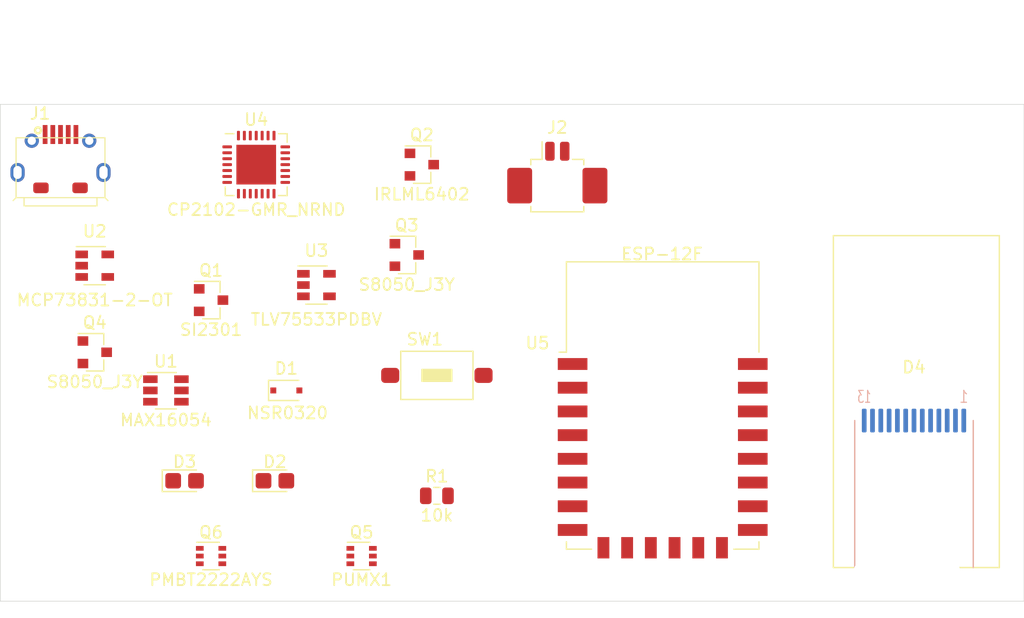
<source format=kicad_pcb>
(kicad_pcb (version 20171130) (host pcbnew "(5.1.6-0-10_14)")

  (general
    (thickness 1.6)
    (drawings 4)
    (tracks 0)
    (zones 0)
    (modules 19)
    (nets 2)
  )

  (page A4)
  (layers
    (0 F.Cu signal)
    (31 B.Cu signal)
    (32 B.Adhes user)
    (33 F.Adhes user)
    (34 B.Paste user)
    (35 F.Paste user)
    (36 B.SilkS user)
    (37 F.SilkS user)
    (38 B.Mask user)
    (39 F.Mask user)
    (40 Dwgs.User user)
    (41 Cmts.User user)
    (42 Eco1.User user)
    (43 Eco2.User user)
    (44 Edge.Cuts user)
    (45 Margin user)
    (46 B.CrtYd user)
    (47 F.CrtYd user)
    (48 B.Fab user)
    (49 F.Fab user)
  )

  (setup
    (last_trace_width 0.1524)
    (user_trace_width 0.127)
    (user_trace_width 0.1524)
    (user_trace_width 0.3048)
    (user_trace_width 0.381)
    (trace_clearance 0.127)
    (zone_clearance 0.508)
    (zone_45_only no)
    (trace_min 0.127)
    (via_size 0.6)
    (via_drill 0.3)
    (via_min_size 0.6)
    (via_min_drill 0.3)
    (user_via 0.6 0.3)
    (user_via 0.762 0.381)
    (uvia_size 0.6)
    (uvia_drill 0.3)
    (uvias_allowed no)
    (uvia_min_size 0.6)
    (uvia_min_drill 0.3)
    (edge_width 0.05)
    (segment_width 0.2)
    (pcb_text_width 0.3)
    (pcb_text_size 1.5 1.5)
    (mod_edge_width 0.12)
    (mod_text_size 0.8128 0.8128)
    (mod_text_width 0.1524)
    (pad_size 1.524 1.524)
    (pad_drill 0.762)
    (pad_to_mask_clearance 0.05)
    (aux_axis_origin 0 0)
    (visible_elements FFFFFF7F)
    (pcbplotparams
      (layerselection 0x010fc_ffffffff)
      (usegerberextensions false)
      (usegerberattributes true)
      (usegerberadvancedattributes true)
      (creategerberjobfile true)
      (excludeedgelayer true)
      (linewidth 0.100000)
      (plotframeref false)
      (viasonmask false)
      (mode 1)
      (useauxorigin false)
      (hpglpennumber 1)
      (hpglpenspeed 20)
      (hpglpendiameter 15.000000)
      (psnegative false)
      (psa4output false)
      (plotreference true)
      (plotvalue true)
      (plotinvisibletext false)
      (padsonsilk false)
      (subtractmaskfromsilk false)
      (outputformat 1)
      (mirror false)
      (drillshape 0)
      (scaleselection 1)
      (outputdirectory "fabrication"))
  )

  (net 0 "")
  (net 1 "Net-(J1-Pad6)")

  (net_class Default "This is the default net class."
    (clearance 0.127)
    (trace_width 0.1524)
    (via_dia 0.6)
    (via_drill 0.3)
    (uvia_dia 0.6)
    (uvia_drill 0.3)
    (diff_pair_width 0.1524)
    (diff_pair_gap 0.127)
    (add_net "Net-(D1-Pad1)")
    (add_net "Net-(D1-Pad2)")
    (add_net "Net-(D2-Pad1)")
    (add_net "Net-(D2-Pad2)")
    (add_net "Net-(D3-Pad1)")
    (add_net "Net-(D3-Pad2)")
    (add_net "Net-(D4-Pad1)")
    (add_net "Net-(D4-Pad10)")
    (add_net "Net-(D4-Pad11)")
    (add_net "Net-(D4-Pad12)")
    (add_net "Net-(D4-Pad13)")
    (add_net "Net-(D4-Pad2)")
    (add_net "Net-(D4-Pad3)")
    (add_net "Net-(D4-Pad4)")
    (add_net "Net-(D4-Pad5)")
    (add_net "Net-(D4-Pad6)")
    (add_net "Net-(D4-Pad7)")
    (add_net "Net-(D4-Pad8)")
    (add_net "Net-(D4-Pad9)")
    (add_net "Net-(J1-Pad1)")
    (add_net "Net-(J1-Pad2)")
    (add_net "Net-(J1-Pad3)")
    (add_net "Net-(J1-Pad4)")
    (add_net "Net-(J1-Pad5)")
    (add_net "Net-(J1-Pad6)")
    (add_net "Net-(J2-Pad1)")
    (add_net "Net-(J2-Pad2)")
    (add_net "Net-(Q1-Pad1)")
    (add_net "Net-(Q1-Pad2)")
    (add_net "Net-(Q1-Pad3)")
    (add_net "Net-(Q2-Pad1)")
    (add_net "Net-(Q2-Pad2)")
    (add_net "Net-(Q2-Pad3)")
    (add_net "Net-(Q3-Pad1)")
    (add_net "Net-(Q3-Pad2)")
    (add_net "Net-(Q3-Pad3)")
    (add_net "Net-(Q4-Pad1)")
    (add_net "Net-(Q4-Pad2)")
    (add_net "Net-(Q4-Pad3)")
    (add_net "Net-(Q5-Pad1)")
    (add_net "Net-(Q5-Pad2)")
    (add_net "Net-(Q5-Pad3)")
    (add_net "Net-(Q5-Pad4)")
    (add_net "Net-(Q5-Pad5)")
    (add_net "Net-(Q5-Pad6)")
    (add_net "Net-(Q6-Pad1)")
    (add_net "Net-(Q6-Pad2)")
    (add_net "Net-(Q6-Pad3)")
    (add_net "Net-(Q6-Pad4)")
    (add_net "Net-(Q6-Pad5)")
    (add_net "Net-(Q6-Pad6)")
    (add_net "Net-(R1-Pad1)")
    (add_net "Net-(R1-Pad2)")
    (add_net "Net-(SW1-Pad1)")
    (add_net "Net-(SW1-Pad2)")
    (add_net "Net-(U1-Pad1)")
    (add_net "Net-(U1-Pad2)")
    (add_net "Net-(U1-Pad3)")
    (add_net "Net-(U1-Pad4)")
    (add_net "Net-(U1-Pad5)")
    (add_net "Net-(U1-Pad6)")
    (add_net "Net-(U2-Pad1)")
    (add_net "Net-(U2-Pad2)")
    (add_net "Net-(U2-Pad3)")
    (add_net "Net-(U2-Pad4)")
    (add_net "Net-(U2-Pad5)")
    (add_net "Net-(U3-Pad1)")
    (add_net "Net-(U3-Pad2)")
    (add_net "Net-(U3-Pad3)")
    (add_net "Net-(U3-Pad4)")
    (add_net "Net-(U3-Pad5)")
    (add_net "Net-(U4-Pad1)")
    (add_net "Net-(U4-Pad10)")
    (add_net "Net-(U4-Pad11)")
    (add_net "Net-(U4-Pad12)")
    (add_net "Net-(U4-Pad13)")
    (add_net "Net-(U4-Pad14)")
    (add_net "Net-(U4-Pad15)")
    (add_net "Net-(U4-Pad16)")
    (add_net "Net-(U4-Pad17)")
    (add_net "Net-(U4-Pad18)")
    (add_net "Net-(U4-Pad19)")
    (add_net "Net-(U4-Pad2)")
    (add_net "Net-(U4-Pad20)")
    (add_net "Net-(U4-Pad21)")
    (add_net "Net-(U4-Pad22)")
    (add_net "Net-(U4-Pad23)")
    (add_net "Net-(U4-Pad24)")
    (add_net "Net-(U4-Pad25)")
    (add_net "Net-(U4-Pad26)")
    (add_net "Net-(U4-Pad27)")
    (add_net "Net-(U4-Pad28)")
    (add_net "Net-(U4-Pad29)")
    (add_net "Net-(U4-Pad3)")
    (add_net "Net-(U4-Pad4)")
    (add_net "Net-(U4-Pad5)")
    (add_net "Net-(U4-Pad6)")
    (add_net "Net-(U4-Pad7)")
    (add_net "Net-(U4-Pad8)")
    (add_net "Net-(U4-Pad9)")
    (add_net "Net-(U5-Pad1)")
    (add_net "Net-(U5-Pad10)")
    (add_net "Net-(U5-Pad11)")
    (add_net "Net-(U5-Pad12)")
    (add_net "Net-(U5-Pad13)")
    (add_net "Net-(U5-Pad14)")
    (add_net "Net-(U5-Pad15)")
    (add_net "Net-(U5-Pad16)")
    (add_net "Net-(U5-Pad17)")
    (add_net "Net-(U5-Pad18)")
    (add_net "Net-(U5-Pad19)")
    (add_net "Net-(U5-Pad2)")
    (add_net "Net-(U5-Pad20)")
    (add_net "Net-(U5-Pad21)")
    (add_net "Net-(U5-Pad22)")
    (add_net "Net-(U5-Pad3)")
    (add_net "Net-(U5-Pad4)")
    (add_net "Net-(U5-Pad5)")
    (add_net "Net-(U5-Pad6)")
    (add_net "Net-(U5-Pad7)")
    (add_net "Net-(U5-Pad8)")
    (add_net "Net-(U5-Pad9)")
  )

  (net_class Power ""
    (clearance 0.254)
    (trace_width 0.3048)
    (via_dia 0.6)
    (via_drill 0.3)
    (uvia_dia 0.6)
    (uvia_drill 0.3)
    (diff_pair_width 0.3048)
    (diff_pair_gap 0.254)
  )

  (module Connector_Molex:Molex_PicoBlade_53261-0271_1x02-1MP_P1.25mm_Horizontal (layer F.Cu) (tedit 5B78AD89) (tstamp 60403563)
    (at 96.52 66.04)
    (descr "Molex PicoBlade series connector, 53261-0271 (http://www.molex.com/pdm_docs/sd/532610271_sd.pdf), generated with kicad-footprint-generator")
    (tags "connector Molex PicoBlade top entry")
    (path /60434A81)
    (attr smd)
    (fp_text reference J2 (at 0 -4.4) (layer F.SilkS)
      (effects (font (size 1 1) (thickness 0.15)))
    )
    (fp_text value Conn_01x02_Male (at 0 3.8) (layer F.Fab)
      (effects (font (size 1 1) (thickness 0.15)))
    )
    (fp_text user %R (at 0 1.9) (layer F.Fab)
      (effects (font (size 1 1) (thickness 0.15)))
    )
    (fp_line (start -2.125 -1.6) (end 2.125 -1.6) (layer F.Fab) (width 0.1))
    (fp_line (start -2.235 -1.26) (end -2.235 -1.71) (layer F.SilkS) (width 0.12))
    (fp_line (start -2.235 -1.71) (end -1.285 -1.71) (layer F.SilkS) (width 0.12))
    (fp_line (start -1.285 -1.71) (end -1.285 -3.2) (layer F.SilkS) (width 0.12))
    (fp_line (start 2.235 -1.26) (end 2.235 -1.71) (layer F.SilkS) (width 0.12))
    (fp_line (start 2.235 -1.71) (end 1.285 -1.71) (layer F.SilkS) (width 0.12))
    (fp_line (start -2.235 2.26) (end -2.235 2.71) (layer F.SilkS) (width 0.12))
    (fp_line (start -2.235 2.71) (end 2.235 2.71) (layer F.SilkS) (width 0.12))
    (fp_line (start 2.235 2.71) (end 2.235 2.26) (layer F.SilkS) (width 0.12))
    (fp_line (start -2.125 2.6) (end 2.125 2.6) (layer F.Fab) (width 0.1))
    (fp_line (start -2.125 -1.6) (end -2.125 2.6) (layer F.Fab) (width 0.1))
    (fp_line (start 2.125 -1.6) (end 2.125 2.6) (layer F.Fab) (width 0.1))
    (fp_line (start -2.125 -0.6) (end -3.625 -0.6) (layer F.Fab) (width 0.1))
    (fp_line (start -3.625 -0.6) (end -3.825 -0.4) (layer F.Fab) (width 0.1))
    (fp_line (start -3.825 -0.4) (end -3.825 1.4) (layer F.Fab) (width 0.1))
    (fp_line (start -3.825 1.4) (end -3.625 1.6) (layer F.Fab) (width 0.1))
    (fp_line (start -3.625 1.6) (end -3.625 2.2) (layer F.Fab) (width 0.1))
    (fp_line (start -3.625 2.2) (end -2.125 2.2) (layer F.Fab) (width 0.1))
    (fp_line (start 2.125 -0.6) (end 3.625 -0.6) (layer F.Fab) (width 0.1))
    (fp_line (start 3.625 -0.6) (end 3.825 -0.4) (layer F.Fab) (width 0.1))
    (fp_line (start 3.825 -0.4) (end 3.825 1.4) (layer F.Fab) (width 0.1))
    (fp_line (start 3.825 1.4) (end 3.625 1.6) (layer F.Fab) (width 0.1))
    (fp_line (start 3.625 1.6) (end 3.625 2.2) (layer F.Fab) (width 0.1))
    (fp_line (start 3.625 2.2) (end 2.125 2.2) (layer F.Fab) (width 0.1))
    (fp_line (start -4.72 -3.7) (end -4.72 3.1) (layer F.CrtYd) (width 0.05))
    (fp_line (start -4.72 3.1) (end 4.72 3.1) (layer F.CrtYd) (width 0.05))
    (fp_line (start 4.72 3.1) (end 4.72 -3.7) (layer F.CrtYd) (width 0.05))
    (fp_line (start 4.72 -3.7) (end -4.72 -3.7) (layer F.CrtYd) (width 0.05))
    (fp_line (start -1.125 -1.6) (end -0.625 -0.892893) (layer F.Fab) (width 0.1))
    (fp_line (start -0.625 -0.892893) (end -0.125 -1.6) (layer F.Fab) (width 0.1))
    (pad MP smd roundrect (at 3.175 0.5) (size 2.1 3) (layers F.Cu F.Paste F.Mask) (roundrect_rratio 0.119048))
    (pad MP smd roundrect (at -3.175 0.5) (size 2.1 3) (layers F.Cu F.Paste F.Mask) (roundrect_rratio 0.119048))
    (pad 2 smd roundrect (at 0.625 -2.4) (size 0.8 1.6) (layers F.Cu F.Paste F.Mask) (roundrect_rratio 0.25))
    (pad 1 smd roundrect (at -0.625 -2.4) (size 0.8 1.6) (layers F.Cu F.Paste F.Mask) (roundrect_rratio 0.25))
    (model ${KISYS3DMOD}/Connector_Molex.3dshapes/Molex_PicoBlade_53261-0271_1x02-1MP_P1.25mm_Horizontal.wrl
      (at (xyz 0 0 0))
      (scale (xyz 1 1 1))
      (rotate (xyz 0 0 0))
    )
  )

  (module barn53-kicad:IPS_Display_80x160_Bottom_1.6mm (layer F.Cu) (tedit 603FD51F) (tstamp 60406DB2)
    (at 130.81 86.36)
    (path /6044CAA1)
    (fp_text reference D4 (at -4.2 -4.5) (layer F.SilkS)
      (effects (font (size 1 1) (thickness 0.15)))
    )
    (fp_text value IPSDisplay_80x160 (at -3.7 15.8) (layer F.Fab)
      (effects (font (size 1 1) (thickness 0.15)))
    )
    (fp_line (start -11 12.4) (end 3 12.4) (layer F.SilkS) (width 0.12))
    (fp_line (start -11 12.4) (end -11 -15.6) (layer F.SilkS) (width 0.12))
    (fp_line (start 3 -15.6) (end 3 12.4) (layer F.SilkS) (width 0.12))
    (fp_line (start -11 -15.6) (end 3 -15.6) (layer F.SilkS) (width 0.12))
    (fp_line (start -9.2 12.4) (end -9.2 0) (layer B.SilkS) (width 0.12))
    (fp_line (start 0.8 0) (end 0.8 12.4) (layer B.SilkS) (width 0.12))
    (fp_line (start -9.2 0) (end 0.8 0) (layer Dwgs.User) (width 0.12))
    (fp_text user 13 (at -8.4 -2) (layer B.SilkS)
      (effects (font (size 1 0.6) (thickness 0.1)) (justify mirror))
    )
    (fp_text user 1 (at 0 -2) (layer B.SilkS)
      (effects (font (size 1 0.8) (thickness 0.1)) (justify mirror))
    )
    (pad "" np_thru_hole oval (at -4.8 12.7) (size 9 1.5) (drill oval 9 1.5) (layers *.Cu *.Mask))
    (pad 13 smd roundrect (at -8.4 0) (size 0.4 2) (layers B.Cu B.Paste B.Mask) (roundrect_rratio 0.25))
    (pad 12 smd roundrect (at -7.7 0) (size 0.4 2) (layers B.Cu B.Paste B.Mask) (roundrect_rratio 0.25))
    (pad 11 smd roundrect (at -7 0) (size 0.4 2) (layers B.Cu B.Paste B.Mask) (roundrect_rratio 0.25))
    (pad 10 smd roundrect (at -6.3 0) (size 0.4 2) (layers B.Cu B.Paste B.Mask) (roundrect_rratio 0.25))
    (pad 9 smd roundrect (at -5.6 0) (size 0.4 2) (layers B.Cu B.Paste B.Mask) (roundrect_rratio 0.25))
    (pad 8 smd roundrect (at -4.9 0) (size 0.4 2) (layers B.Cu B.Paste B.Mask) (roundrect_rratio 0.25))
    (pad 7 smd roundrect (at -4.2 0) (size 0.4 2) (layers B.Cu B.Paste B.Mask) (roundrect_rratio 0.25))
    (pad 6 smd roundrect (at -3.5 0) (size 0.4 2) (layers B.Cu B.Paste B.Mask) (roundrect_rratio 0.25))
    (pad 5 smd roundrect (at -2.8 0) (size 0.4 2) (layers B.Cu B.Paste B.Mask) (roundrect_rratio 0.25))
    (pad 4 smd roundrect (at -2.1 0) (size 0.4 2) (layers B.Cu B.Paste B.Mask) (roundrect_rratio 0.25))
    (pad 3 smd roundrect (at -1.4 0) (size 0.4 2) (layers B.Cu B.Paste B.Mask) (roundrect_rratio 0.25))
    (pad 2 smd roundrect (at -0.7 0) (size 0.4 2) (layers B.Cu B.Paste B.Mask) (roundrect_rratio 0.25))
    (pad 1 smd roundrect (at 0 0) (size 0.4 2) (layers B.Cu B.Paste B.Mask) (roundrect_rratio 0.25))
    (model "${BARN53_KICAD_DIR}/3dmodels/IPS Display 80x160 bottom.step"
      (offset (xyz -45.95 15.5 1.3))
      (scale (xyz 1 1 1))
      (rotate (xyz 0 0 0))
    )
  )

  (module Package_TO_SOT_SMD:SOT-363_SC-70-6 (layer F.Cu) (tedit 5A02FF57) (tstamp 60405D44)
    (at 67.31 97.79)
    (descr "SOT-363, SC-70-6")
    (tags "SOT-363 SC-70-6")
    (path /6043ECB9)
    (attr smd)
    (fp_text reference Q6 (at 0 -2) (layer F.SilkS)
      (effects (font (size 1 1) (thickness 0.15)))
    )
    (fp_text value PMBT2222AYS (at 0 2 180) (layer F.SilkS)
      (effects (font (size 1 1) (thickness 0.15)))
    )
    (fp_line (start 0.7 -1.16) (end -1.2 -1.16) (layer F.SilkS) (width 0.12))
    (fp_line (start -0.7 1.16) (end 0.7 1.16) (layer F.SilkS) (width 0.12))
    (fp_line (start 1.6 1.4) (end 1.6 -1.4) (layer F.CrtYd) (width 0.05))
    (fp_line (start -1.6 -1.4) (end -1.6 1.4) (layer F.CrtYd) (width 0.05))
    (fp_line (start -1.6 -1.4) (end 1.6 -1.4) (layer F.CrtYd) (width 0.05))
    (fp_line (start 0.675 -1.1) (end -0.175 -1.1) (layer F.Fab) (width 0.1))
    (fp_line (start -0.675 -0.6) (end -0.675 1.1) (layer F.Fab) (width 0.1))
    (fp_line (start -1.6 1.4) (end 1.6 1.4) (layer F.CrtYd) (width 0.05))
    (fp_line (start 0.675 -1.1) (end 0.675 1.1) (layer F.Fab) (width 0.1))
    (fp_line (start 0.675 1.1) (end -0.675 1.1) (layer F.Fab) (width 0.1))
    (fp_line (start -0.175 -1.1) (end -0.675 -0.6) (layer F.Fab) (width 0.1))
    (fp_text user %R (at 0 0 90) (layer F.Fab)
      (effects (font (size 0.5 0.5) (thickness 0.075)))
    )
    (pad 6 smd rect (at 0.95 -0.65) (size 0.65 0.4) (layers F.Cu F.Paste F.Mask))
    (pad 4 smd rect (at 0.95 0.65) (size 0.65 0.4) (layers F.Cu F.Paste F.Mask))
    (pad 2 smd rect (at -0.95 0) (size 0.65 0.4) (layers F.Cu F.Paste F.Mask))
    (pad 5 smd rect (at 0.95 0) (size 0.65 0.4) (layers F.Cu F.Paste F.Mask))
    (pad 3 smd rect (at -0.95 0.65) (size 0.65 0.4) (layers F.Cu F.Paste F.Mask))
    (pad 1 smd rect (at -0.95 -0.65) (size 0.65 0.4) (layers F.Cu F.Paste F.Mask))
    (model ${KISYS3DMOD}/Package_TO_SOT_SMD.3dshapes/SOT-363_SC-70-6.wrl
      (at (xyz 0 0 0))
      (scale (xyz 1 1 1))
      (rotate (xyz 0 0 0))
    )
  )

  (module barn53-kicad:ESP-12E (layer F.Cu) (tedit 5DBFD538) (tstamp 604054FE)
    (at 105.41 85.09)
    (descr "Wi-Fi Module, http://wiki.ai-thinker.com/_media/esp8266/docs/aithinker_esp_12f_datasheet_en.pdf")
    (tags "Wi-Fi Module")
    (path /6043B33F)
    (attr smd)
    (fp_text reference U5 (at -10.56 -5.26) (layer F.SilkS)
      (effects (font (size 1 1) (thickness 0.15)))
    )
    (fp_text value ESP-12F (at -0.06 -12.78) (layer F.SilkS)
      (effects (font (size 1 1) (thickness 0.15)))
    )
    (fp_line (start -8 -12) (end 8 -12) (layer F.Fab) (width 0.12))
    (fp_line (start 8 -12) (end 8 12) (layer F.Fab) (width 0.12))
    (fp_line (start 8 12) (end -8 12) (layer F.Fab) (width 0.12))
    (fp_line (start -8 12) (end -8 -3) (layer F.Fab) (width 0.12))
    (fp_line (start -8 -3) (end -7.5 -3.5) (layer F.Fab) (width 0.12))
    (fp_line (start -7.5 -3.5) (end -8 -4) (layer F.Fab) (width 0.12))
    (fp_line (start -8 -4) (end -8 -12) (layer F.Fab) (width 0.12))
    (fp_line (start -9.05 -12.2) (end 9.05 -12.2) (layer F.CrtYd) (width 0.05))
    (fp_line (start 9.05 -12.2) (end 9.05 13.1) (layer F.CrtYd) (width 0.05))
    (fp_line (start 9.05 13.1) (end -9.05 13.1) (layer F.CrtYd) (width 0.05))
    (fp_line (start -9.05 13.1) (end -9.05 -12.2) (layer F.CrtYd) (width 0.05))
    (fp_line (start -8.12 -12.12) (end 8.12 -12.12) (layer F.SilkS) (width 0.12))
    (fp_line (start 8.12 -12.12) (end 8.12 -4.5) (layer F.SilkS) (width 0.12))
    (fp_line (start 8.12 11.5) (end 8.12 12.12) (layer F.SilkS) (width 0.12))
    (fp_line (start 8.12 12.12) (end 6 12.12) (layer F.SilkS) (width 0.12))
    (fp_line (start -6 12.12) (end -8.12 12.12) (layer F.SilkS) (width 0.12))
    (fp_line (start -8.12 12.12) (end -8.12 11.5) (layer F.SilkS) (width 0.12))
    (fp_line (start -8.12 -4.5) (end -8.12 -12.12) (layer F.SilkS) (width 0.12))
    (fp_line (start -8.12 -4.5) (end -8.73 -4.5) (layer F.SilkS) (width 0.12))
    (fp_line (start -8.12 -12.12) (end 8.12 -12.12) (layer Dwgs.User) (width 0.12))
    (fp_line (start 8.12 -12.12) (end 8.12 -4.8) (layer Dwgs.User) (width 0.12))
    (fp_line (start 8.12 -4.8) (end -8.12 -4.8) (layer Dwgs.User) (width 0.12))
    (fp_line (start -8.12 -4.8) (end -8.12 -12.12) (layer Dwgs.User) (width 0.12))
    (fp_line (start -8.12 -9.12) (end -5.12 -12.12) (layer Dwgs.User) (width 0.12))
    (fp_line (start -8.12 -6.12) (end -2.12 -12.12) (layer Dwgs.User) (width 0.12))
    (fp_line (start -6.44 -4.8) (end 0.88 -12.12) (layer Dwgs.User) (width 0.12))
    (fp_line (start -3.44 -4.8) (end 3.88 -12.12) (layer Dwgs.User) (width 0.12))
    (fp_line (start -0.44 -4.8) (end 6.88 -12.12) (layer Dwgs.User) (width 0.12))
    (fp_line (start 2.56 -4.8) (end 8.12 -10.36) (layer Dwgs.User) (width 0.12))
    (fp_line (start 5.56 -4.8) (end 8.12 -7.36) (layer Dwgs.User) (width 0.12))
    (fp_text user Antenna (at -0.06 -7 180) (layer Cmts.User)
      (effects (font (size 1 1) (thickness 0.15)))
    )
    (fp_text user "KEEP-OUT ZONE" (at 0.03 -9.55 180) (layer Cmts.User)
      (effects (font (size 1 1) (thickness 0.15)))
    )
    (fp_text user %R (at 0.49 -0.8) (layer F.Fab)
      (effects (font (size 1 1) (thickness 0.15)))
    )
    (pad 1 smd rect (at -7.6 -3.5) (size 2.5 1) (layers F.Cu F.Paste F.Mask))
    (pad 2 smd rect (at -7.6 -1.5) (size 2.5 1) (layers F.Cu F.Paste F.Mask))
    (pad 3 smd rect (at -7.6 0.5) (size 2.5 1) (layers F.Cu F.Paste F.Mask))
    (pad 4 smd rect (at -7.6 2.5) (size 2.5 1) (layers F.Cu F.Paste F.Mask))
    (pad 5 smd rect (at -7.6 4.5) (size 2.5 1) (layers F.Cu F.Paste F.Mask))
    (pad 6 smd rect (at -7.6 6.5) (size 2.5 1) (layers F.Cu F.Paste F.Mask))
    (pad 7 smd rect (at -7.6 8.5) (size 2.5 1) (layers F.Cu F.Paste F.Mask))
    (pad 8 smd rect (at -7.6 10.5) (size 2.5 1) (layers F.Cu F.Paste F.Mask))
    (pad 9 smd rect (at -5 12) (size 1 1.8) (layers F.Cu F.Paste F.Mask))
    (pad 10 smd rect (at -3 12) (size 1 1.8) (layers F.Cu F.Paste F.Mask))
    (pad 11 smd rect (at -1 12) (size 1 1.8) (layers F.Cu F.Paste F.Mask))
    (pad 12 smd rect (at 1 12) (size 1 1.8) (layers F.Cu F.Paste F.Mask))
    (pad 13 smd rect (at 3 12) (size 1 1.8) (layers F.Cu F.Paste F.Mask))
    (pad 14 smd rect (at 5 12) (size 1 1.8) (layers F.Cu F.Paste F.Mask))
    (pad 15 smd rect (at 7.6 10.5) (size 2.5 1) (layers F.Cu F.Paste F.Mask))
    (pad 16 smd rect (at 7.6 8.5) (size 2.5 1) (layers F.Cu F.Paste F.Mask))
    (pad 17 smd rect (at 7.6 6.5) (size 2.5 1) (layers F.Cu F.Paste F.Mask))
    (pad 18 smd rect (at 7.6 4.5) (size 2.5 1) (layers F.Cu F.Paste F.Mask))
    (pad 19 smd rect (at 7.6 2.5) (size 2.5 1) (layers F.Cu F.Paste F.Mask))
    (pad 20 smd rect (at 7.6 0.5) (size 2.5 1) (layers F.Cu F.Paste F.Mask))
    (pad 21 smd rect (at 7.6 -1.5) (size 2.5 1) (layers F.Cu F.Paste F.Mask))
    (pad 22 smd rect (at 7.6 -3.5) (size 2.5 1) (layers F.Cu F.Paste F.Mask))
    (model ${BARN53_KICAD_DIR}/3dmodels/ESP-12F.STEP
      (at (xyz 0 0 0))
      (scale (xyz 1 1 1))
      (rotate (xyz -90 0 90))
    )
  )

  (module Package_TO_SOT_SMD:SOT-23-5 (layer F.Cu) (tedit 5A02FF57) (tstamp 603FB63C)
    (at 57.495001 73.295001)
    (descr "5-pin SOT23 package")
    (tags SOT-23-5)
    (path /603FE0E5)
    (attr smd)
    (fp_text reference U2 (at 0 -2.9) (layer F.SilkS)
      (effects (font (size 1 1) (thickness 0.15)))
    )
    (fp_text value MCP73831-2-OT (at 0 2.9) (layer F.SilkS)
      (effects (font (size 1 1) (thickness 0.15)))
    )
    (fp_line (start -0.9 1.61) (end 0.9 1.61) (layer F.SilkS) (width 0.12))
    (fp_line (start 0.9 -1.61) (end -1.55 -1.61) (layer F.SilkS) (width 0.12))
    (fp_line (start -1.9 -1.8) (end 1.9 -1.8) (layer F.CrtYd) (width 0.05))
    (fp_line (start 1.9 -1.8) (end 1.9 1.8) (layer F.CrtYd) (width 0.05))
    (fp_line (start 1.9 1.8) (end -1.9 1.8) (layer F.CrtYd) (width 0.05))
    (fp_line (start -1.9 1.8) (end -1.9 -1.8) (layer F.CrtYd) (width 0.05))
    (fp_line (start -0.9 -0.9) (end -0.25 -1.55) (layer F.Fab) (width 0.1))
    (fp_line (start 0.9 -1.55) (end -0.25 -1.55) (layer F.Fab) (width 0.1))
    (fp_line (start -0.9 -0.9) (end -0.9 1.55) (layer F.Fab) (width 0.1))
    (fp_line (start 0.9 1.55) (end -0.9 1.55) (layer F.Fab) (width 0.1))
    (fp_line (start 0.9 -1.55) (end 0.9 1.55) (layer F.Fab) (width 0.1))
    (fp_text user %R (at 0 0 90) (layer F.Fab)
      (effects (font (size 0.5 0.5) (thickness 0.075)))
    )
    (pad 5 smd rect (at 1.1 -0.95) (size 1.06 0.65) (layers F.Cu F.Paste F.Mask))
    (pad 4 smd rect (at 1.1 0.95) (size 1.06 0.65) (layers F.Cu F.Paste F.Mask))
    (pad 3 smd rect (at -1.1 0.95) (size 1.06 0.65) (layers F.Cu F.Paste F.Mask))
    (pad 2 smd rect (at -1.1 0) (size 1.06 0.65) (layers F.Cu F.Paste F.Mask))
    (pad 1 smd rect (at -1.1 -0.95) (size 1.06 0.65) (layers F.Cu F.Paste F.Mask))
    (model ${KISYS3DMOD}/Package_TO_SOT_SMD.3dshapes/SOT-23-5.wrl
      (at (xyz 0 0 0))
      (scale (xyz 1 1 1))
      (rotate (xyz 0 0 0))
    )
  )

  (module Package_TO_SOT_SMD:TSOT-23-6 (layer F.Cu) (tedit 5A02FF57) (tstamp 603FB626)
    (at 63.5 83.82)
    (descr "6-pin TSOT23 package, http://cds.linear.com/docs/en/packaging/SOT_6_05-08-1636.pdf")
    (tags "TSOT-23-6 MK06A TSOT-6")
    (path /6040E0DB)
    (attr smd)
    (fp_text reference U1 (at 0 -2.45) (layer F.SilkS)
      (effects (font (size 1 1) (thickness 0.15)))
    )
    (fp_text value MAX16054 (at 0 2.5) (layer F.SilkS)
      (effects (font (size 1 1) (thickness 0.15)))
    )
    (fp_line (start -0.88 1.56) (end 0.88 1.56) (layer F.SilkS) (width 0.12))
    (fp_line (start 0.88 -1.51) (end -1.55 -1.51) (layer F.SilkS) (width 0.12))
    (fp_line (start -0.88 -1) (end -0.43 -1.45) (layer F.Fab) (width 0.1))
    (fp_line (start 0.88 -1.45) (end -0.43 -1.45) (layer F.Fab) (width 0.1))
    (fp_line (start -0.88 -1) (end -0.88 1.45) (layer F.Fab) (width 0.1))
    (fp_line (start 0.88 1.45) (end -0.88 1.45) (layer F.Fab) (width 0.1))
    (fp_line (start 0.88 -1.45) (end 0.88 1.45) (layer F.Fab) (width 0.1))
    (fp_line (start -2.17 -1.7) (end 2.17 -1.7) (layer F.CrtYd) (width 0.05))
    (fp_line (start -2.17 -1.7) (end -2.17 1.7) (layer F.CrtYd) (width 0.05))
    (fp_line (start 2.17 1.7) (end 2.17 -1.7) (layer F.CrtYd) (width 0.05))
    (fp_line (start 2.17 1.7) (end -2.17 1.7) (layer F.CrtYd) (width 0.05))
    (fp_text user %R (at 0 0 90) (layer F.Fab)
      (effects (font (size 0.5 0.5) (thickness 0.075)))
    )
    (pad 6 smd rect (at 1.31 -0.95) (size 1.22 0.65) (layers F.Cu F.Paste F.Mask))
    (pad 5 smd rect (at 1.31 0) (size 1.22 0.65) (layers F.Cu F.Paste F.Mask))
    (pad 4 smd rect (at 1.31 0.95) (size 1.22 0.65) (layers F.Cu F.Paste F.Mask))
    (pad 3 smd rect (at -1.31 0.95) (size 1.22 0.65) (layers F.Cu F.Paste F.Mask))
    (pad 2 smd rect (at -1.31 0) (size 1.22 0.65) (layers F.Cu F.Paste F.Mask))
    (pad 1 smd rect (at -1.31 -0.95) (size 1.22 0.65) (layers F.Cu F.Paste F.Mask))
    (model ${KISYS3DMOD}/Package_TO_SOT_SMD.3dshapes/TSOT-23-6.wrl
      (at (xyz 0 0 0))
      (scale (xyz 1 1 1))
      (rotate (xyz 0 0 0))
    )
  )

  (module Resistor_SMD:R_0805_2012Metric (layer F.Cu) (tedit 5B36C52B) (tstamp 603FD0C7)
    (at 86.36 92.71)
    (descr "Resistor SMD 0805 (2012 Metric), square (rectangular) end terminal, IPC_7351 nominal, (Body size source: https://docs.google.com/spreadsheets/d/1BsfQQcO9C6DZCsRaXUlFlo91Tg2WpOkGARC1WS5S8t0/edit?usp=sharing), generated with kicad-footprint-generator")
    (tags resistor)
    (path /6042EAF5)
    (attr smd)
    (fp_text reference R1 (at 0 -1.65) (layer F.SilkS)
      (effects (font (size 1 1) (thickness 0.15)))
    )
    (fp_text value 10k (at 0 1.65) (layer F.SilkS)
      (effects (font (size 1 1) (thickness 0.15)))
    )
    (fp_line (start -1 0.6) (end -1 -0.6) (layer F.Fab) (width 0.1))
    (fp_line (start -1 -0.6) (end 1 -0.6) (layer F.Fab) (width 0.1))
    (fp_line (start 1 -0.6) (end 1 0.6) (layer F.Fab) (width 0.1))
    (fp_line (start 1 0.6) (end -1 0.6) (layer F.Fab) (width 0.1))
    (fp_line (start -0.258578 -0.71) (end 0.258578 -0.71) (layer F.SilkS) (width 0.12))
    (fp_line (start -0.258578 0.71) (end 0.258578 0.71) (layer F.SilkS) (width 0.12))
    (fp_line (start -1.68 0.95) (end -1.68 -0.95) (layer F.CrtYd) (width 0.05))
    (fp_line (start -1.68 -0.95) (end 1.68 -0.95) (layer F.CrtYd) (width 0.05))
    (fp_line (start 1.68 -0.95) (end 1.68 0.95) (layer F.CrtYd) (width 0.05))
    (fp_line (start 1.68 0.95) (end -1.68 0.95) (layer F.CrtYd) (width 0.05))
    (fp_text user %R (at 0 0) (layer F.Fab)
      (effects (font (size 0.5 0.5) (thickness 0.08)))
    )
    (pad 2 smd roundrect (at 0.9375 0) (size 0.975 1.4) (layers F.Cu F.Paste F.Mask) (roundrect_rratio 0.25))
    (pad 1 smd roundrect (at -0.9375 0) (size 0.975 1.4) (layers F.Cu F.Paste F.Mask) (roundrect_rratio 0.25))
    (model ${KISYS3DMOD}/Resistor_SMD.3dshapes/R_0805_2012Metric.wrl
      (at (xyz 0 0 0))
      (scale (xyz 1 1 1))
      (rotate (xyz 0 0 0))
    )
  )

  (module Package_TO_SOT_SMD:SOT-363_SC-70-6 (layer F.Cu) (tedit 5A02FF57) (tstamp 60405FDF)
    (at 80.01 97.79)
    (descr "SOT-363, SC-70-6")
    (tags "SOT-363 SC-70-6")
    (path /60410CC6)
    (attr smd)
    (fp_text reference Q5 (at 0 -2) (layer F.SilkS)
      (effects (font (size 1 1) (thickness 0.15)))
    )
    (fp_text value PUMX1 (at 0 2 180) (layer F.SilkS)
      (effects (font (size 1 1) (thickness 0.15)))
    )
    (fp_line (start 0.7 -1.16) (end -1.2 -1.16) (layer F.SilkS) (width 0.12))
    (fp_line (start -0.7 1.16) (end 0.7 1.16) (layer F.SilkS) (width 0.12))
    (fp_line (start 1.6 1.4) (end 1.6 -1.4) (layer F.CrtYd) (width 0.05))
    (fp_line (start -1.6 -1.4) (end -1.6 1.4) (layer F.CrtYd) (width 0.05))
    (fp_line (start -1.6 -1.4) (end 1.6 -1.4) (layer F.CrtYd) (width 0.05))
    (fp_line (start 0.675 -1.1) (end -0.175 -1.1) (layer F.Fab) (width 0.1))
    (fp_line (start -0.675 -0.6) (end -0.675 1.1) (layer F.Fab) (width 0.1))
    (fp_line (start -1.6 1.4) (end 1.6 1.4) (layer F.CrtYd) (width 0.05))
    (fp_line (start 0.675 -1.1) (end 0.675 1.1) (layer F.Fab) (width 0.1))
    (fp_line (start 0.675 1.1) (end -0.675 1.1) (layer F.Fab) (width 0.1))
    (fp_line (start -0.175 -1.1) (end -0.675 -0.6) (layer F.Fab) (width 0.1))
    (fp_text user %R (at 0 0 90) (layer F.Fab)
      (effects (font (size 0.5 0.5) (thickness 0.075)))
    )
    (pad 6 smd rect (at 0.95 -0.65) (size 0.65 0.4) (layers F.Cu F.Paste F.Mask))
    (pad 4 smd rect (at 0.95 0.65) (size 0.65 0.4) (layers F.Cu F.Paste F.Mask))
    (pad 2 smd rect (at -0.95 0) (size 0.65 0.4) (layers F.Cu F.Paste F.Mask))
    (pad 5 smd rect (at 0.95 0) (size 0.65 0.4) (layers F.Cu F.Paste F.Mask))
    (pad 3 smd rect (at -0.95 0.65) (size 0.65 0.4) (layers F.Cu F.Paste F.Mask))
    (pad 1 smd rect (at -0.95 -0.65) (size 0.65 0.4) (layers F.Cu F.Paste F.Mask))
    (model ${KISYS3DMOD}/Package_TO_SOT_SMD.3dshapes/SOT-363_SC-70-6.wrl
      (at (xyz 0 0 0))
      (scale (xyz 1 1 1))
      (rotate (xyz 0 0 0))
    )
  )

  (module Package_TO_SOT_SMD:SOT-23 (layer F.Cu) (tedit 5A02FF57) (tstamp 603FB611)
    (at 57.5 80.6)
    (descr "SOT-23, Standard")
    (tags SOT-23)
    (path /6041C747)
    (attr smd)
    (fp_text reference Q4 (at 0 -2.5) (layer F.SilkS)
      (effects (font (size 1 1) (thickness 0.15)))
    )
    (fp_text value S8050_J3Y (at 0 2.5) (layer F.SilkS)
      (effects (font (size 1 1) (thickness 0.15)))
    )
    (fp_line (start -0.7 -0.95) (end -0.7 1.5) (layer F.Fab) (width 0.1))
    (fp_line (start -0.15 -1.52) (end 0.7 -1.52) (layer F.Fab) (width 0.1))
    (fp_line (start -0.7 -0.95) (end -0.15 -1.52) (layer F.Fab) (width 0.1))
    (fp_line (start 0.7 -1.52) (end 0.7 1.52) (layer F.Fab) (width 0.1))
    (fp_line (start -0.7 1.52) (end 0.7 1.52) (layer F.Fab) (width 0.1))
    (fp_line (start 0.76 1.58) (end 0.76 0.65) (layer F.SilkS) (width 0.12))
    (fp_line (start 0.76 -1.58) (end 0.76 -0.65) (layer F.SilkS) (width 0.12))
    (fp_line (start -1.7 -1.75) (end 1.7 -1.75) (layer F.CrtYd) (width 0.05))
    (fp_line (start 1.7 -1.75) (end 1.7 1.75) (layer F.CrtYd) (width 0.05))
    (fp_line (start 1.7 1.75) (end -1.7 1.75) (layer F.CrtYd) (width 0.05))
    (fp_line (start -1.7 1.75) (end -1.7 -1.75) (layer F.CrtYd) (width 0.05))
    (fp_line (start 0.76 -1.58) (end -1.4 -1.58) (layer F.SilkS) (width 0.12))
    (fp_line (start 0.76 1.58) (end -0.7 1.58) (layer F.SilkS) (width 0.12))
    (fp_text user %R (at 0 0 90) (layer F.Fab)
      (effects (font (size 0.5 0.5) (thickness 0.075)))
    )
    (pad 3 smd rect (at 1 0) (size 0.9 0.8) (layers F.Cu F.Paste F.Mask))
    (pad 2 smd rect (at -1 0.95) (size 0.9 0.8) (layers F.Cu F.Paste F.Mask))
    (pad 1 smd rect (at -1 -0.95) (size 0.9 0.8) (layers F.Cu F.Paste F.Mask))
    (model ${KISYS3DMOD}/Package_TO_SOT_SMD.3dshapes/SOT-23.wrl
      (at (xyz 0 0 0))
      (scale (xyz 1 1 1))
      (rotate (xyz 0 0 0))
    )
  )

  (module LED_SMD:LED_0805_2012Metric_Castellated (layer F.Cu) (tedit 5B36C52C) (tstamp 603FCFEF)
    (at 65.0775 91.44)
    (descr "LED SMD 0805 (2012 Metric), castellated end terminal, IPC_7351 nominal, (Body size source: https://docs.google.com/spreadsheets/d/1BsfQQcO9C6DZCsRaXUlFlo91Tg2WpOkGARC1WS5S8t0/edit?usp=sharing), generated with kicad-footprint-generator")
    (tags "LED castellated")
    (path /6042E445)
    (attr smd)
    (fp_text reference D3 (at 0 -1.6) (layer F.SilkS)
      (effects (font (size 1 1) (thickness 0.15)))
    )
    (fp_text value "LED Red" (at 0 1.6) (layer F.Fab)
      (effects (font (size 1 1) (thickness 0.15)))
    )
    (fp_line (start 1 -0.6) (end -0.7 -0.6) (layer F.Fab) (width 0.1))
    (fp_line (start -0.7 -0.6) (end -1 -0.3) (layer F.Fab) (width 0.1))
    (fp_line (start -1 -0.3) (end -1 0.6) (layer F.Fab) (width 0.1))
    (fp_line (start -1 0.6) (end 1 0.6) (layer F.Fab) (width 0.1))
    (fp_line (start 1 0.6) (end 1 -0.6) (layer F.Fab) (width 0.1))
    (fp_line (start 1 -0.91) (end -1.885 -0.91) (layer F.SilkS) (width 0.12))
    (fp_line (start -1.885 -0.91) (end -1.885 0.91) (layer F.SilkS) (width 0.12))
    (fp_line (start -1.885 0.91) (end 1 0.91) (layer F.SilkS) (width 0.12))
    (fp_line (start -1.88 0.9) (end -1.88 -0.9) (layer F.CrtYd) (width 0.05))
    (fp_line (start -1.88 -0.9) (end 1.88 -0.9) (layer F.CrtYd) (width 0.05))
    (fp_line (start 1.88 -0.9) (end 1.88 0.9) (layer F.CrtYd) (width 0.05))
    (fp_line (start 1.88 0.9) (end -1.88 0.9) (layer F.CrtYd) (width 0.05))
    (fp_text user %R (at 0 0) (layer F.Fab)
      (effects (font (size 0.5 0.5) (thickness 0.08)))
    )
    (pad 2 smd roundrect (at 0.9625 0) (size 1.325 1.3) (layers F.Cu F.Paste F.Mask) (roundrect_rratio 0.192308))
    (pad 1 smd roundrect (at -0.9625 0) (size 1.325 1.3) (layers F.Cu F.Paste F.Mask) (roundrect_rratio 0.192308))
    (model ${KISYS3DMOD}/LED_SMD.3dshapes/LED_0805_2012Metric_Castellated.wrl
      (at (xyz 0 0 0))
      (scale (xyz 1 1 1))
      (rotate (xyz 0 0 0))
    )
  )

  (module LED_SMD:LED_0805_2012Metric_Castellated (layer F.Cu) (tedit 5B36C52C) (tstamp 603FD4C3)
    (at 72.6975 91.44)
    (descr "LED SMD 0805 (2012 Metric), castellated end terminal, IPC_7351 nominal, (Body size source: https://docs.google.com/spreadsheets/d/1BsfQQcO9C6DZCsRaXUlFlo91Tg2WpOkGARC1WS5S8t0/edit?usp=sharing), generated with kicad-footprint-generator")
    (tags "LED castellated")
    (path /6042D80E)
    (attr smd)
    (fp_text reference D2 (at 0 -1.6) (layer F.SilkS)
      (effects (font (size 1 1) (thickness 0.15)))
    )
    (fp_text value "LED Blue" (at 0 1.6) (layer F.Fab)
      (effects (font (size 1 1) (thickness 0.15)))
    )
    (fp_line (start 1 -0.6) (end -0.7 -0.6) (layer F.Fab) (width 0.1))
    (fp_line (start -0.7 -0.6) (end -1 -0.3) (layer F.Fab) (width 0.1))
    (fp_line (start -1 -0.3) (end -1 0.6) (layer F.Fab) (width 0.1))
    (fp_line (start -1 0.6) (end 1 0.6) (layer F.Fab) (width 0.1))
    (fp_line (start 1 0.6) (end 1 -0.6) (layer F.Fab) (width 0.1))
    (fp_line (start 1 -0.91) (end -1.885 -0.91) (layer F.SilkS) (width 0.12))
    (fp_line (start -1.885 -0.91) (end -1.885 0.91) (layer F.SilkS) (width 0.12))
    (fp_line (start -1.885 0.91) (end 1 0.91) (layer F.SilkS) (width 0.12))
    (fp_line (start -1.88 0.9) (end -1.88 -0.9) (layer F.CrtYd) (width 0.05))
    (fp_line (start -1.88 -0.9) (end 1.88 -0.9) (layer F.CrtYd) (width 0.05))
    (fp_line (start 1.88 -0.9) (end 1.88 0.9) (layer F.CrtYd) (width 0.05))
    (fp_line (start 1.88 0.9) (end -1.88 0.9) (layer F.CrtYd) (width 0.05))
    (fp_text user %R (at 0 0) (layer F.Fab)
      (effects (font (size 0.5 0.5) (thickness 0.08)))
    )
    (pad 2 smd roundrect (at 0.9625 0) (size 1.325 1.3) (layers F.Cu F.Paste F.Mask) (roundrect_rratio 0.192308))
    (pad 1 smd roundrect (at -0.9625 0) (size 1.325 1.3) (layers F.Cu F.Paste F.Mask) (roundrect_rratio 0.192308))
    (model ${KISYS3DMOD}/LED_SMD.3dshapes/LED_0805_2012Metric_Castellated.wrl
      (at (xyz 0 0 0))
      (scale (xyz 1 1 1))
      (rotate (xyz 0 0 0))
    )
  )

  (module barn53-kicad:SMD_Push_Button (layer F.Cu) (tedit 5E14FC4C) (tstamp 603FC03A)
    (at 82.55 82.55)
    (path /6042527F)
    (attr smd)
    (fp_text reference SW1 (at 2.794 -3.048) (layer F.SilkS)
      (effects (font (size 1 1) (thickness 0.15)))
    )
    (fp_text value SW_Push (at 3.81 3.048) (layer F.Fab)
      (effects (font (size 1 1) (thickness 0.15)))
    )
    (fp_line (start 0.762 -2.032) (end 6.858 -2.032) (layer F.SilkS) (width 0.12))
    (fp_line (start 0.762 2.032) (end 6.858 2.032) (layer F.SilkS) (width 0.12))
    (fp_line (start 6.858 2.032) (end 6.858 -2.032) (layer F.SilkS) (width 0.12))
    (fp_line (start 0.762 -2.032) (end 0.762 2.032) (layer F.SilkS) (width 0.12))
    (fp_poly (pts (xy 2.54 -0.508) (xy 5.08 -0.508) (xy 5.08 0.508) (xy 2.54 0.508)) (layer F.SilkS) (width 0.1))
    (fp_line (start -0.762 -2.032) (end 8.382 -2.032) (layer F.CrtYd) (width 0.12))
    (fp_line (start 8.382 -2.032) (end 8.382 2.032) (layer F.CrtYd) (width 0.12))
    (fp_line (start 8.382 2.032) (end -0.762 2.032) (layer F.CrtYd) (width 0.12))
    (fp_line (start -0.762 2.032) (end -0.762 -2.032) (layer F.CrtYd) (width 0.12))
    (pad 2 smd roundrect (at 7.747 0) (size 1.524 1.27) (layers F.Cu F.Paste F.Mask) (roundrect_rratio 0.25))
    (pad 1 smd roundrect (at -0.127 0) (size 1.524 1.27) (layers F.Cu F.Paste F.Mask) (roundrect_rratio 0.25))
    (model "${BARN53_KICAD_DIR}/3dmodels/SMD Push Button v8.step"
      (offset (xyz 3.81 0 0))
      (scale (xyz 1 1 1))
      (rotate (xyz 0 0 0))
    )
  )

  (module Diode_SMD:D_SOD-323F (layer F.Cu) (tedit 590A48EB) (tstamp 603FBF26)
    (at 73.66 83.82)
    (descr "SOD-323F http://www.nxp.com/documents/outline_drawing/SOD323F.pdf")
    (tags SOD-323F)
    (path /60423400)
    (attr smd)
    (fp_text reference D1 (at 0 -1.85) (layer F.SilkS)
      (effects (font (size 1 1) (thickness 0.15)))
    )
    (fp_text value NSR0320 (at 0.1 1.9) (layer F.SilkS)
      (effects (font (size 1 1) (thickness 0.15)))
    )
    (fp_line (start -1.5 -0.85) (end -1.5 0.85) (layer F.SilkS) (width 0.12))
    (fp_line (start 0.2 0) (end 0.45 0) (layer F.Fab) (width 0.1))
    (fp_line (start 0.2 0.35) (end -0.3 0) (layer F.Fab) (width 0.1))
    (fp_line (start 0.2 -0.35) (end 0.2 0.35) (layer F.Fab) (width 0.1))
    (fp_line (start -0.3 0) (end 0.2 -0.35) (layer F.Fab) (width 0.1))
    (fp_line (start -0.3 0) (end -0.5 0) (layer F.Fab) (width 0.1))
    (fp_line (start -0.3 -0.35) (end -0.3 0.35) (layer F.Fab) (width 0.1))
    (fp_line (start -0.9 0.7) (end -0.9 -0.7) (layer F.Fab) (width 0.1))
    (fp_line (start 0.9 0.7) (end -0.9 0.7) (layer F.Fab) (width 0.1))
    (fp_line (start 0.9 -0.7) (end 0.9 0.7) (layer F.Fab) (width 0.1))
    (fp_line (start -0.9 -0.7) (end 0.9 -0.7) (layer F.Fab) (width 0.1))
    (fp_line (start -1.6 -0.95) (end 1.6 -0.95) (layer F.CrtYd) (width 0.05))
    (fp_line (start 1.6 -0.95) (end 1.6 0.95) (layer F.CrtYd) (width 0.05))
    (fp_line (start -1.6 0.95) (end 1.6 0.95) (layer F.CrtYd) (width 0.05))
    (fp_line (start -1.6 -0.95) (end -1.6 0.95) (layer F.CrtYd) (width 0.05))
    (fp_line (start -1.5 0.85) (end 1.05 0.85) (layer F.SilkS) (width 0.12))
    (fp_line (start -1.5 -0.85) (end 1.05 -0.85) (layer F.SilkS) (width 0.12))
    (fp_text user %R (at 0 -1.85) (layer F.Fab)
      (effects (font (size 1 1) (thickness 0.15)))
    )
    (pad 2 smd rect (at 1.1 0) (size 0.5 0.5) (layers F.Cu F.Paste F.Mask))
    (pad 1 smd rect (at -1.1 0) (size 0.5 0.5) (layers F.Cu F.Paste F.Mask))
    (model ${KISYS3DMOD}/Diode_SMD.3dshapes/D_SOD-323F.wrl
      (at (xyz 0 0 0))
      (scale (xyz 1 1 1))
      (rotate (xyz 0 0 0))
    )
  )

  (module Package_DFN_QFN:QFN-28-1EP_5x5mm_P0.5mm_EP3.35x3.35mm (layer F.Cu) (tedit 5DC5F6A4) (tstamp 603FB68C)
    (at 71.12 64.77)
    (descr "QFN, 28 Pin (http://ww1.microchip.com/downloads/en/PackagingSpec/00000049BQ.pdf#page=283), generated with kicad-footprint-generator ipc_noLead_generator.py")
    (tags "QFN NoLead")
    (path /60406A65)
    (attr smd)
    (fp_text reference U4 (at 0 -3.8) (layer F.SilkS)
      (effects (font (size 1 1) (thickness 0.15)))
    )
    (fp_text value CP2102-GMR_NRND (at 0 3.8) (layer F.SilkS)
      (effects (font (size 1 1) (thickness 0.15)))
    )
    (fp_line (start 3.1 -3.1) (end -3.1 -3.1) (layer F.CrtYd) (width 0.05))
    (fp_line (start 3.1 3.1) (end 3.1 -3.1) (layer F.CrtYd) (width 0.05))
    (fp_line (start -3.1 3.1) (end 3.1 3.1) (layer F.CrtYd) (width 0.05))
    (fp_line (start -3.1 -3.1) (end -3.1 3.1) (layer F.CrtYd) (width 0.05))
    (fp_line (start -2.5 -1.5) (end -1.5 -2.5) (layer F.Fab) (width 0.1))
    (fp_line (start -2.5 2.5) (end -2.5 -1.5) (layer F.Fab) (width 0.1))
    (fp_line (start 2.5 2.5) (end -2.5 2.5) (layer F.Fab) (width 0.1))
    (fp_line (start 2.5 -2.5) (end 2.5 2.5) (layer F.Fab) (width 0.1))
    (fp_line (start -1.5 -2.5) (end 2.5 -2.5) (layer F.Fab) (width 0.1))
    (fp_line (start -1.885 -2.61) (end -2.61 -2.61) (layer F.SilkS) (width 0.12))
    (fp_line (start 2.61 2.61) (end 2.61 1.885) (layer F.SilkS) (width 0.12))
    (fp_line (start 1.885 2.61) (end 2.61 2.61) (layer F.SilkS) (width 0.12))
    (fp_line (start -2.61 2.61) (end -2.61 1.885) (layer F.SilkS) (width 0.12))
    (fp_line (start -1.885 2.61) (end -2.61 2.61) (layer F.SilkS) (width 0.12))
    (fp_line (start 2.61 -2.61) (end 2.61 -1.885) (layer F.SilkS) (width 0.12))
    (fp_line (start 1.885 -2.61) (end 2.61 -2.61) (layer F.SilkS) (width 0.12))
    (fp_text user %R (at 0 0) (layer F.Fab)
      (effects (font (size 1 1) (thickness 0.15)))
    )
    (pad "" smd roundrect (at 1.12 1.12) (size 0.9 0.9) (layers F.Paste) (roundrect_rratio 0.25))
    (pad "" smd roundrect (at 1.12 0) (size 0.9 0.9) (layers F.Paste) (roundrect_rratio 0.25))
    (pad "" smd roundrect (at 1.12 -1.12) (size 0.9 0.9) (layers F.Paste) (roundrect_rratio 0.25))
    (pad "" smd roundrect (at 0 1.12) (size 0.9 0.9) (layers F.Paste) (roundrect_rratio 0.25))
    (pad "" smd roundrect (at 0 0) (size 0.9 0.9) (layers F.Paste) (roundrect_rratio 0.25))
    (pad "" smd roundrect (at 0 -1.12) (size 0.9 0.9) (layers F.Paste) (roundrect_rratio 0.25))
    (pad "" smd roundrect (at -1.12 1.12) (size 0.9 0.9) (layers F.Paste) (roundrect_rratio 0.25))
    (pad "" smd roundrect (at -1.12 0) (size 0.9 0.9) (layers F.Paste) (roundrect_rratio 0.25))
    (pad "" smd roundrect (at -1.12 -1.12) (size 0.9 0.9) (layers F.Paste) (roundrect_rratio 0.25))
    (pad 29 smd rect (at 0 0) (size 3.35 3.35) (layers F.Cu F.Mask))
    (pad 28 smd roundrect (at -1.5 -2.45) (size 0.25 0.8) (layers F.Cu F.Paste F.Mask) (roundrect_rratio 0.25))
    (pad 27 smd roundrect (at -1 -2.45) (size 0.25 0.8) (layers F.Cu F.Paste F.Mask) (roundrect_rratio 0.25))
    (pad 26 smd roundrect (at -0.5 -2.45) (size 0.25 0.8) (layers F.Cu F.Paste F.Mask) (roundrect_rratio 0.25))
    (pad 25 smd roundrect (at 0 -2.45) (size 0.25 0.8) (layers F.Cu F.Paste F.Mask) (roundrect_rratio 0.25))
    (pad 24 smd roundrect (at 0.5 -2.45) (size 0.25 0.8) (layers F.Cu F.Paste F.Mask) (roundrect_rratio 0.25))
    (pad 23 smd roundrect (at 1 -2.45) (size 0.25 0.8) (layers F.Cu F.Paste F.Mask) (roundrect_rratio 0.25))
    (pad 22 smd roundrect (at 1.5 -2.45) (size 0.25 0.8) (layers F.Cu F.Paste F.Mask) (roundrect_rratio 0.25))
    (pad 21 smd roundrect (at 2.45 -1.5) (size 0.8 0.25) (layers F.Cu F.Paste F.Mask) (roundrect_rratio 0.25))
    (pad 20 smd roundrect (at 2.45 -1) (size 0.8 0.25) (layers F.Cu F.Paste F.Mask) (roundrect_rratio 0.25))
    (pad 19 smd roundrect (at 2.45 -0.5) (size 0.8 0.25) (layers F.Cu F.Paste F.Mask) (roundrect_rratio 0.25))
    (pad 18 smd roundrect (at 2.45 0) (size 0.8 0.25) (layers F.Cu F.Paste F.Mask) (roundrect_rratio 0.25))
    (pad 17 smd roundrect (at 2.45 0.5) (size 0.8 0.25) (layers F.Cu F.Paste F.Mask) (roundrect_rratio 0.25))
    (pad 16 smd roundrect (at 2.45 1) (size 0.8 0.25) (layers F.Cu F.Paste F.Mask) (roundrect_rratio 0.25))
    (pad 15 smd roundrect (at 2.45 1.5) (size 0.8 0.25) (layers F.Cu F.Paste F.Mask) (roundrect_rratio 0.25))
    (pad 14 smd roundrect (at 1.5 2.45) (size 0.25 0.8) (layers F.Cu F.Paste F.Mask) (roundrect_rratio 0.25))
    (pad 13 smd roundrect (at 1 2.45) (size 0.25 0.8) (layers F.Cu F.Paste F.Mask) (roundrect_rratio 0.25))
    (pad 12 smd roundrect (at 0.5 2.45) (size 0.25 0.8) (layers F.Cu F.Paste F.Mask) (roundrect_rratio 0.25))
    (pad 11 smd roundrect (at 0 2.45) (size 0.25 0.8) (layers F.Cu F.Paste F.Mask) (roundrect_rratio 0.25))
    (pad 10 smd roundrect (at -0.5 2.45) (size 0.25 0.8) (layers F.Cu F.Paste F.Mask) (roundrect_rratio 0.25))
    (pad 9 smd roundrect (at -1 2.45) (size 0.25 0.8) (layers F.Cu F.Paste F.Mask) (roundrect_rratio 0.25))
    (pad 8 smd roundrect (at -1.5 2.45) (size 0.25 0.8) (layers F.Cu F.Paste F.Mask) (roundrect_rratio 0.25))
    (pad 7 smd roundrect (at -2.45 1.5) (size 0.8 0.25) (layers F.Cu F.Paste F.Mask) (roundrect_rratio 0.25))
    (pad 6 smd roundrect (at -2.45 1) (size 0.8 0.25) (layers F.Cu F.Paste F.Mask) (roundrect_rratio 0.25))
    (pad 5 smd roundrect (at -2.45 0.5) (size 0.8 0.25) (layers F.Cu F.Paste F.Mask) (roundrect_rratio 0.25))
    (pad 4 smd roundrect (at -2.45 0) (size 0.8 0.25) (layers F.Cu F.Paste F.Mask) (roundrect_rratio 0.25))
    (pad 3 smd roundrect (at -2.45 -0.5) (size 0.8 0.25) (layers F.Cu F.Paste F.Mask) (roundrect_rratio 0.25))
    (pad 2 smd roundrect (at -2.45 -1) (size 0.8 0.25) (layers F.Cu F.Paste F.Mask) (roundrect_rratio 0.25))
    (pad 1 smd roundrect (at -2.45 -1.5) (size 0.8 0.25) (layers F.Cu F.Paste F.Mask) (roundrect_rratio 0.25))
    (model ${KISYS3DMOD}/Package_DFN_QFN.3dshapes/QFN-28-1EP_5x5mm_P0.5mm_EP3.35x3.35mm.wrl
      (at (xyz 0 0 0))
      (scale (xyz 1 1 1))
      (rotate (xyz 0 0 0))
    )
  )

  (module Package_TO_SOT_SMD:SOT-23-5 (layer F.Cu) (tedit 5A02FF57) (tstamp 6040613E)
    (at 76.2 74.93)
    (descr "5-pin SOT23 package")
    (tags SOT-23-5)
    (path /604081D3)
    (attr smd)
    (fp_text reference U3 (at 0 -2.9) (layer F.SilkS)
      (effects (font (size 1 1) (thickness 0.15)))
    )
    (fp_text value TLV75533PDBV (at 0 2.9) (layer F.SilkS)
      (effects (font (size 1 1) (thickness 0.15)))
    )
    (fp_line (start 0.9 -1.55) (end 0.9 1.55) (layer F.Fab) (width 0.1))
    (fp_line (start 0.9 1.55) (end -0.9 1.55) (layer F.Fab) (width 0.1))
    (fp_line (start -0.9 -0.9) (end -0.9 1.55) (layer F.Fab) (width 0.1))
    (fp_line (start 0.9 -1.55) (end -0.25 -1.55) (layer F.Fab) (width 0.1))
    (fp_line (start -0.9 -0.9) (end -0.25 -1.55) (layer F.Fab) (width 0.1))
    (fp_line (start -1.9 1.8) (end -1.9 -1.8) (layer F.CrtYd) (width 0.05))
    (fp_line (start 1.9 1.8) (end -1.9 1.8) (layer F.CrtYd) (width 0.05))
    (fp_line (start 1.9 -1.8) (end 1.9 1.8) (layer F.CrtYd) (width 0.05))
    (fp_line (start -1.9 -1.8) (end 1.9 -1.8) (layer F.CrtYd) (width 0.05))
    (fp_line (start 0.9 -1.61) (end -1.55 -1.61) (layer F.SilkS) (width 0.12))
    (fp_line (start -0.9 1.61) (end 0.9 1.61) (layer F.SilkS) (width 0.12))
    (fp_text user %R (at 0 0 90) (layer F.Fab)
      (effects (font (size 0.5 0.5) (thickness 0.075)))
    )
    (pad 5 smd rect (at 1.1 -0.95) (size 1.06 0.65) (layers F.Cu F.Paste F.Mask))
    (pad 4 smd rect (at 1.1 0.95) (size 1.06 0.65) (layers F.Cu F.Paste F.Mask))
    (pad 3 smd rect (at -1.1 0.95) (size 1.06 0.65) (layers F.Cu F.Paste F.Mask))
    (pad 2 smd rect (at -1.1 0) (size 1.06 0.65) (layers F.Cu F.Paste F.Mask))
    (pad 1 smd rect (at -1.1 -0.95) (size 1.06 0.65) (layers F.Cu F.Paste F.Mask))
    (model ${KISYS3DMOD}/Package_TO_SOT_SMD.3dshapes/SOT-23-5.wrl
      (at (xyz 0 0 0))
      (scale (xyz 1 1 1))
      (rotate (xyz 0 0 0))
    )
  )

  (module Package_TO_SOT_SMD:SOT-23 (layer F.Cu) (tedit 5A02FF57) (tstamp 603FB5FB)
    (at 83.82 72.39)
    (descr "SOT-23, Standard")
    (tags SOT-23)
    (path /6041B88F)
    (attr smd)
    (fp_text reference Q3 (at 0 -2.5) (layer F.SilkS)
      (effects (font (size 1 1) (thickness 0.15)))
    )
    (fp_text value S8050_J3Y (at 0 2.5) (layer F.SilkS)
      (effects (font (size 1 1) (thickness 0.15)))
    )
    (fp_line (start 0.76 1.58) (end -0.7 1.58) (layer F.SilkS) (width 0.12))
    (fp_line (start 0.76 -1.58) (end -1.4 -1.58) (layer F.SilkS) (width 0.12))
    (fp_line (start -1.7 1.75) (end -1.7 -1.75) (layer F.CrtYd) (width 0.05))
    (fp_line (start 1.7 1.75) (end -1.7 1.75) (layer F.CrtYd) (width 0.05))
    (fp_line (start 1.7 -1.75) (end 1.7 1.75) (layer F.CrtYd) (width 0.05))
    (fp_line (start -1.7 -1.75) (end 1.7 -1.75) (layer F.CrtYd) (width 0.05))
    (fp_line (start 0.76 -1.58) (end 0.76 -0.65) (layer F.SilkS) (width 0.12))
    (fp_line (start 0.76 1.58) (end 0.76 0.65) (layer F.SilkS) (width 0.12))
    (fp_line (start -0.7 1.52) (end 0.7 1.52) (layer F.Fab) (width 0.1))
    (fp_line (start 0.7 -1.52) (end 0.7 1.52) (layer F.Fab) (width 0.1))
    (fp_line (start -0.7 -0.95) (end -0.15 -1.52) (layer F.Fab) (width 0.1))
    (fp_line (start -0.15 -1.52) (end 0.7 -1.52) (layer F.Fab) (width 0.1))
    (fp_line (start -0.7 -0.95) (end -0.7 1.5) (layer F.Fab) (width 0.1))
    (fp_text user %R (at 0 0 90) (layer F.Fab)
      (effects (font (size 0.5 0.5) (thickness 0.075)))
    )
    (pad 3 smd rect (at 1 0) (size 0.9 0.8) (layers F.Cu F.Paste F.Mask))
    (pad 2 smd rect (at -1 0.95) (size 0.9 0.8) (layers F.Cu F.Paste F.Mask))
    (pad 1 smd rect (at -1 -0.95) (size 0.9 0.8) (layers F.Cu F.Paste F.Mask))
    (model ${KISYS3DMOD}/Package_TO_SOT_SMD.3dshapes/SOT-23.wrl
      (at (xyz 0 0 0))
      (scale (xyz 1 1 1))
      (rotate (xyz 0 0 0))
    )
  )

  (module Package_TO_SOT_SMD:SOT-23 (layer F.Cu) (tedit 5A02FF57) (tstamp 603FB5E6)
    (at 85.09 64.77)
    (descr "SOT-23, Standard")
    (tags SOT-23)
    (path /6042750C)
    (attr smd)
    (fp_text reference Q2 (at 0 -2.5) (layer F.SilkS)
      (effects (font (size 1 1) (thickness 0.15)))
    )
    (fp_text value IRLML6402 (at 0 2.5) (layer F.SilkS)
      (effects (font (size 1 1) (thickness 0.15)))
    )
    (fp_line (start 0.76 1.58) (end -0.7 1.58) (layer F.SilkS) (width 0.12))
    (fp_line (start 0.76 -1.58) (end -1.4 -1.58) (layer F.SilkS) (width 0.12))
    (fp_line (start -1.7 1.75) (end -1.7 -1.75) (layer F.CrtYd) (width 0.05))
    (fp_line (start 1.7 1.75) (end -1.7 1.75) (layer F.CrtYd) (width 0.05))
    (fp_line (start 1.7 -1.75) (end 1.7 1.75) (layer F.CrtYd) (width 0.05))
    (fp_line (start -1.7 -1.75) (end 1.7 -1.75) (layer F.CrtYd) (width 0.05))
    (fp_line (start 0.76 -1.58) (end 0.76 -0.65) (layer F.SilkS) (width 0.12))
    (fp_line (start 0.76 1.58) (end 0.76 0.65) (layer F.SilkS) (width 0.12))
    (fp_line (start -0.7 1.52) (end 0.7 1.52) (layer F.Fab) (width 0.1))
    (fp_line (start 0.7 -1.52) (end 0.7 1.52) (layer F.Fab) (width 0.1))
    (fp_line (start -0.7 -0.95) (end -0.15 -1.52) (layer F.Fab) (width 0.1))
    (fp_line (start -0.15 -1.52) (end 0.7 -1.52) (layer F.Fab) (width 0.1))
    (fp_line (start -0.7 -0.95) (end -0.7 1.5) (layer F.Fab) (width 0.1))
    (fp_text user %R (at 0 0 90) (layer F.Fab)
      (effects (font (size 0.5 0.5) (thickness 0.075)))
    )
    (pad 3 smd rect (at 1 0) (size 0.9 0.8) (layers F.Cu F.Paste F.Mask))
    (pad 2 smd rect (at -1 0.95) (size 0.9 0.8) (layers F.Cu F.Paste F.Mask))
    (pad 1 smd rect (at -1 -0.95) (size 0.9 0.8) (layers F.Cu F.Paste F.Mask))
    (model ${KISYS3DMOD}/Package_TO_SOT_SMD.3dshapes/SOT-23.wrl
      (at (xyz 0 0 0))
      (scale (xyz 1 1 1))
      (rotate (xyz 0 0 0))
    )
  )

  (module Package_TO_SOT_SMD:SOT-23 (layer F.Cu) (tedit 5A02FF57) (tstamp 603FC3E3)
    (at 67.31 76.2)
    (descr "SOT-23, Standard")
    (tags SOT-23)
    (path /6040FC83)
    (attr smd)
    (fp_text reference Q1 (at 0 -2.5) (layer F.SilkS)
      (effects (font (size 1 1) (thickness 0.15)))
    )
    (fp_text value SI2301 (at 0 2.5) (layer F.SilkS)
      (effects (font (size 1 1) (thickness 0.15)))
    )
    (fp_line (start 0.76 1.58) (end -0.7 1.58) (layer F.SilkS) (width 0.12))
    (fp_line (start 0.76 -1.58) (end -1.4 -1.58) (layer F.SilkS) (width 0.12))
    (fp_line (start -1.7 1.75) (end -1.7 -1.75) (layer F.CrtYd) (width 0.05))
    (fp_line (start 1.7 1.75) (end -1.7 1.75) (layer F.CrtYd) (width 0.05))
    (fp_line (start 1.7 -1.75) (end 1.7 1.75) (layer F.CrtYd) (width 0.05))
    (fp_line (start -1.7 -1.75) (end 1.7 -1.75) (layer F.CrtYd) (width 0.05))
    (fp_line (start 0.76 -1.58) (end 0.76 -0.65) (layer F.SilkS) (width 0.12))
    (fp_line (start 0.76 1.58) (end 0.76 0.65) (layer F.SilkS) (width 0.12))
    (fp_line (start -0.7 1.52) (end 0.7 1.52) (layer F.Fab) (width 0.1))
    (fp_line (start 0.7 -1.52) (end 0.7 1.52) (layer F.Fab) (width 0.1))
    (fp_line (start -0.7 -0.95) (end -0.15 -1.52) (layer F.Fab) (width 0.1))
    (fp_line (start -0.15 -1.52) (end 0.7 -1.52) (layer F.Fab) (width 0.1))
    (fp_line (start -0.7 -0.95) (end -0.7 1.5) (layer F.Fab) (width 0.1))
    (fp_text user %R (at 0 0 90) (layer F.Fab)
      (effects (font (size 0.5 0.5) (thickness 0.075)))
    )
    (pad 3 smd rect (at 1 0) (size 0.9 0.8) (layers F.Cu F.Paste F.Mask))
    (pad 2 smd rect (at -1 0.95) (size 0.9 0.8) (layers F.Cu F.Paste F.Mask))
    (pad 1 smd rect (at -1 -0.95) (size 0.9 0.8) (layers F.Cu F.Paste F.Mask))
    (model ${KISYS3DMOD}/Package_TO_SOT_SMD.3dshapes/SOT-23.wrl
      (at (xyz 0 0 0))
      (scale (xyz 1 1 1))
      (rotate (xyz 0 0 0))
    )
  )

  (module barn53-kicad:MicroUSB_through_hole_fixing (layer F.Cu) (tedit 5E255DAF) (tstamp 603FB5BC)
    (at 54.61 62.23)
    (descr "Micro USB Connector with through hole fixing")
    (path /603FA2BF)
    (fp_text reference J1 (at -1.725 -1.775 180) (layer F.SilkS)
      (effects (font (size 1 1) (thickness 0.15)))
    )
    (fp_text value USB_B_Micro (at 10.95 -10.5 180) (layer F.Fab)
      (effects (font (size 1 1) (thickness 0.15)))
    )
    (fp_circle (center -1.901039 -0.35) (end -1.65 -0.35) (layer F.SilkS) (width 0.2))
    (fp_line (start -3.075 6.025) (end -3.075 5.325) (layer F.SilkS) (width 0.1))
    (fp_line (start 3.75 5.325) (end 4 5.575) (layer F.SilkS) (width 0.1))
    (fp_line (start 3.075 6.025) (end -3.075 6.025) (layer F.SilkS) (width 0.1))
    (fp_line (start 3.075 6.025) (end 3.075 5.325) (layer F.SilkS) (width 0.1))
    (fp_line (start -3.75 5.325) (end -4 5.575) (layer F.SilkS) (width 0.1))
    (fp_line (start -3.75 5.325) (end -3.75 0.275) (layer F.SilkS) (width 0.1))
    (fp_line (start 3.75 5.325) (end -3.75 5.325) (layer F.SilkS) (width 0.1))
    (fp_line (start 3.75 0.275) (end 3.75 5.325) (layer F.SilkS) (width 0.1))
    (fp_line (start -3.75 0.275) (end 3.75 0.275) (layer F.SilkS) (width 0.1))
    (fp_line (start -4.225 5.15) (end 4.225 5.15) (layer Eco1.User) (width 0.05))
    (fp_line (start 3.75 0.275) (end 3.75 5.325) (layer Dwgs.User) (width 0.1))
    (fp_line (start -3.75 0.275) (end 3.75 0.275) (layer Dwgs.User) (width 0.1))
    (fp_line (start -3.75 5.325) (end -3.75 0.275) (layer Dwgs.User) (width 0.1))
    (fp_line (start 3.075 6.025) (end -3.075 6.025) (layer Dwgs.User) (width 0.1))
    (fp_line (start 3.075 6.025) (end 3.075 5.325) (layer Dwgs.User) (width 0.1))
    (fp_line (start -3.075 6.025) (end -3.075 5.325) (layer Dwgs.User) (width 0.1))
    (fp_line (start 3.075 5.325) (end 3.75 5.325) (layer Dwgs.User) (width 0.1))
    (fp_line (start -3.75 5.325) (end -3.075 5.325) (layer Dwgs.User) (width 0.1))
    (fp_line (start 3.75 5.325) (end 4 5.575) (layer Dwgs.User) (width 0.1))
    (fp_line (start -3.75 5.325) (end -4 5.575) (layer Dwgs.User) (width 0.1))
    (fp_line (start 3.075 5.325) (end -3.075 5.325) (layer Dwgs.User) (width 0.1))
    (fp_text user https://datasheet.lcsc.com/szlcsc/1811131820_Jing-Extension-of-the-Electronic-Co-C10418_C10418.pdf (at -0.2512 -5.0396) (layer F.Fab) hide
      (effects (font (size 1 1) (thickness 0.15)) (justify left))
    )
    (fp_text user https://lcsc.com/product-detail/USB-Connectors_Jing-Extension-of-the-Electronic-Co-C10418_C10418.html (at -0.3274 -7.5288) (layer F.Fab) hide
      (effects (font (size 1 1) (thickness 0.15)) (justify left))
    )
    (fp_text user "PCB Edge" (at 4.425 5.1 180) (layer Eco1.User)
      (effects (font (size 0.5 0.5) (thickness 0.1)) (justify left))
    )
    (pad 6 smd roundrect (at 1.65 4.5) (size 1.3 0.9) (layers F.Cu F.Paste F.Mask) (roundrect_rratio 0.25)
      (net 1 "Net-(J1-Pad6)"))
    (pad 6 smd roundrect (at -1.65 4.5) (size 1.3 0.9) (layers F.Cu F.Paste F.Mask) (roundrect_rratio 0.25)
      (net 1 "Net-(J1-Pad6)"))
    (pad 1 smd rect (at -1.3 0) (size 0.4 1.6) (layers F.Cu F.Paste F.Mask))
    (pad 2 smd rect (at -0.65 0) (size 0.4 1.6) (layers F.Cu F.Paste F.Mask))
    (pad 3 smd rect (at 0 0) (size 0.4 1.6) (layers F.Cu F.Paste F.Mask))
    (pad 4 smd rect (at 0.65 0) (size 0.4 1.6) (layers F.Cu F.Paste F.Mask))
    (pad 5 smd rect (at 1.3 0) (size 0.4 1.6) (layers F.Cu F.Paste F.Mask))
    (pad "" thru_hole circle (at -2.425 0.525 180) (size 1.2 1.2) (drill 0.7) (layers *.Cu *.Mask))
    (pad "" thru_hole circle (at 2.425 0.525 180) (size 1.2 1.2) (drill 0.7) (layers *.Cu *.Mask))
    (pad "" thru_hole oval (at -3.625 3.2 180) (size 1.2 1.6) (drill oval 0.7 1.1) (layers *.Cu *.Mask))
    (pad "" thru_hole oval (at 3.625 3.2 180) (size 1.2 1.6) (drill oval 0.7 1.1) (layers *.Cu *.Mask))
    (model ${BARN53_KICAD_DIR}/3dmodels/10118194c.stp
      (offset (xyz -74.97 -0.1 -0.37))
      (scale (xyz 1 1 1))
      (rotate (xyz -90 0 0))
    )
  )

  (gr_line (start 49.53 101.6) (end 49.53 59.69) (layer Edge.Cuts) (width 0.05) (tstamp 603FBC4F))
  (gr_line (start 135.89 101.6) (end 49.53 101.6) (layer Edge.Cuts) (width 0.05))
  (gr_line (start 135.89 59.69) (end 135.89 101.6) (layer Edge.Cuts) (width 0.05))
  (gr_line (start 49.53 59.69) (end 135.89 59.69) (layer Edge.Cuts) (width 0.05))

)

</source>
